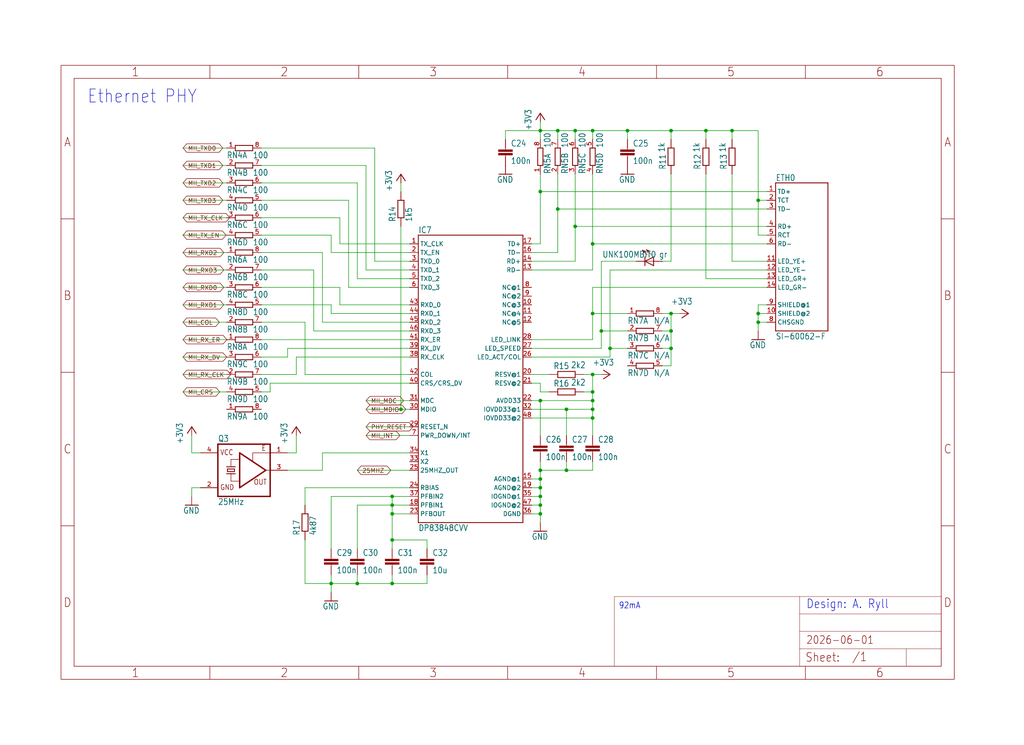
<source format=kicad_sch>
(kicad_sch (version 20231120) (generator "eeschema") (generator_version "8.0")
  (paper "User" 298.45 217.322)
  (lib_symbols
    (symbol "Base Station v3b-eagle-import:+3V3" (power)
      (symbol "+3V3_1_0"
        (pin power_in line (at 0 -2.54 90) (length 2.54) (name "+3V3") (number "1"))
      )
    )
    (symbol "Base Station v3b-eagle-import:4R-NEXB28V"
      (property "Reference" "RN" (at -5.08 -3.048 0))
      (symbol "4R-NEXB28V_1_0"
        (pin passive line (at -5.08 0 0) (length 2.54) (name "1") (number "1"))
        (pin passive line (at 5.08 0 180) (length 2.54) (name "2") (number "8"))
      )
      (symbol "4R-NEXB28V_2_0"
        (pin passive line (at -5.08 0 0) (length 2.54) (name "1") (number "2"))
        (pin passive line (at 5.08 0 180) (length 2.54) (name "2") (number "7"))
      )
      (symbol "4R-NEXB28V_3_0"
        (pin passive line (at -5.08 0 0) (length 2.54) (name "1") (number "3"))
        (pin passive line (at 5.08 0 180) (length 2.54) (name "2") (number "6"))
      )
      (symbol "4R-NEXB28V_4_0"
        (pin passive line (at -5.08 0 0) (length 2.54) (name "1") (number "4"))
        (pin passive line (at 5.08 0 180) (length 2.54) (name "2") (number "5"))
      )
    )
    (symbol "Base Station v3b-eagle-import:A4L-LOC"
      (symbol "A4L-LOC_1_0"
        (text "${#}/${##}" (at 230.505 5.08 0) (effects (font (size 2.54 2.159)) (justify left bottom)))
        (text "${CURRENT_DATE}" (at 217.17 10.16 0) (effects (font (size 2.286 1.9431)) (justify left bottom)))
        (text "${PROJECTNAME}" (at 217.17 15.24 0) (effects (font (size 2.54 2.159)) (justify left bottom)))
        (text "1" (at 21.6958 1.905 0) (effects (font (size 2.54 2.286))))
        (text "1" (at 21.6958 177.165 0) (effects (font (size 2.54 2.286))))
        (text "2" (at 65.0875 1.905 0) (effects (font (size 2.54 2.286))))
        (text "2" (at 65.0875 177.165 0) (effects (font (size 2.54 2.286))))
        (text "3" (at 108.4792 1.905 0) (effects (font (size 2.54 2.286))))
        (text "3" (at 108.4792 177.165 0) (effects (font (size 2.54 2.286))))
        (text "4" (at 151.8708 1.905 0) (effects (font (size 2.54 2.286))))
        (text "4" (at 151.8708 177.165 0) (effects (font (size 2.54 2.286))))
        (text "5" (at 195.2625 1.905 0) (effects (font (size 2.54 2.286))))
        (text "5" (at 195.2625 177.165 0) (effects (font (size 2.54 2.286))))
        (text "6" (at 238.6542 1.905 0) (effects (font (size 2.54 2.286))))
        (text "6" (at 238.6542 177.165 0) (effects (font (size 2.54 2.286))))
        (text "A" (at 1.905 156.6863 0) (effects (font (size 2.54 2.286))))
        (text "A" (at 258.445 156.6863 0) (effects (font (size 2.54 2.286))))
        (text "B" (at 1.905 111.9188 0) (effects (font (size 2.54 2.286))))
        (text "B" (at 258.445 111.9188 0) (effects (font (size 2.54 2.286))))
        (text "C" (at 1.905 67.1513 0) (effects (font (size 2.54 2.286))))
        (text "C" (at 258.445 67.1513 0) (effects (font (size 2.54 2.286))))
        (text "D" (at 1.905 22.3838 0) (effects (font (size 2.54 2.286))))
        (text "D" (at 258.445 22.3838 0) (effects (font (size 2.54 2.286))))
        (text "Sheet:" (at 216.916 4.953 0) (effects (font (size 2.54 2.159)) (justify left bottom)))
      )
    )
    (symbol "Base Station v3b-eagle-import:C-EUC0603"
      (property "Reference" "C" (at 1.524 0.381 0))
      (symbol "C-EUC0603_1_0"
        (pin passive line (at 0 2.54 270) (length 2.54) (name "1") (number "1"))
        (pin passive line (at 0 -5.08 90) (length 2.54) (name "2") (number "2"))
      )
    )
    (symbol "Base Station v3b-eagle-import:DB8348C"
      (property "Reference" "IC" (at -15.24 41.148 0))
      (symbol "DB8348C_1_0"
        (pin bidirectional line (at -17.78 38.1 0) (length 2.54) (name "TX_CLK") (number "1"))
        (pin bidirectional line (at 17.78 20.32 180) (length 2.54) (name "NC@3") (number "10"))
        (pin bidirectional line (at 17.78 17.78 180) (length 2.54) (name "NC@4") (number "11"))
        (pin bidirectional line (at 17.78 15.24 180) (length 2.54) (name "NC@5") (number "12"))
        (pin bidirectional line (at 17.78 30.48 180) (length 2.54) (name "RD-") (number "13"))
        (pin bidirectional line (at 17.78 33.02 180) (length 2.54) (name "RD+") (number "14"))
        (pin bidirectional line (at 17.78 -30.48 180) (length 2.54) (name "AGND@1") (number "15"))
        (pin bidirectional line (at 17.78 35.56 180) (length 2.54) (name "TD-") (number "16"))
        (pin bidirectional line (at 17.78 38.1 180) (length 2.54) (name "TD+") (number "17"))
        (pin bidirectional line (at -17.78 -38.1 0) (length 2.54) (name "PFBIN1") (number "18"))
        (pin bidirectional line (at 17.78 -33.02 180) (length 2.54) (name "AGND@2") (number "19"))
        (pin bidirectional line (at -17.78 35.56 0) (length 2.54) (name "TX_EN") (number "2"))
        (pin bidirectional line (at 17.78 0 180) (length 2.54) (name "RESV@1") (number "20"))
        (pin bidirectional line (at 17.78 -2.54 180) (length 2.54) (name "RESV@2") (number "21"))
        (pin bidirectional line (at 17.78 -7.62 180) (length 2.54) (name "AVDD33") (number "22"))
        (pin bidirectional line (at -17.78 -40.64 0) (length 2.54) (name "PFBOUT") (number "23"))
        (pin bidirectional line (at -17.78 -33.02 0) (length 2.54) (name "RBIAS") (number "24"))
        (pin bidirectional line (at -17.78 -27.94 0) (length 2.54) (name "25MHZ_OUT") (number "25"))
        (pin bidirectional line (at 17.78 5.08 180) (length 2.54) (name "LED_ACT/COL") (number "26"))
        (pin bidirectional line (at 17.78 7.62 180) (length 2.54) (name "LED_SPEED") (number "27"))
        (pin bidirectional line (at 17.78 10.16 180) (length 2.54) (name "LED_LINK") (number "28"))
        (pin bidirectional line (at -17.78 -15.24 0) (length 2.54) (name "RESET_N") (number "29"))
        (pin bidirectional line (at -17.78 33.02 0) (length 2.54) (name "TXD_0") (number "3"))
        (pin bidirectional line (at -17.78 -10.16 0) (length 2.54) (name "MDIO") (number "30"))
        (pin bidirectional line (at -17.78 -7.62 0) (length 2.54) (name "MDC") (number "31"))
        (pin bidirectional line (at 17.78 -10.16 180) (length 2.54) (name "IOVDD33@1") (number "32"))
        (pin bidirectional line (at -17.78 -25.4 0) (length 2.54) (name "X2") (number "33"))
        (pin bidirectional line (at -17.78 -22.86 0) (length 2.54) (name "X1") (number "34"))
        (pin bidirectional line (at 17.78 -35.56 180) (length 2.54) (name "IOGND@1") (number "35"))
        (pin bidirectional line (at 17.78 -40.64 180) (length 2.54) (name "DGND") (number "36"))
        (pin bidirectional line (at -17.78 -35.56 0) (length 2.54) (name "PFBIN2") (number "37"))
        (pin bidirectional line (at -17.78 5.08 0) (length 2.54) (name "RX_CLK") (number "38"))
        (pin bidirectional line (at -17.78 7.62 0) (length 2.54) (name "RX_DV") (number "39"))
        (pin bidirectional line (at -17.78 30.48 0) (length 2.54) (name "TXD_1") (number "4"))
        (pin bidirectional line (at -17.78 -2.54 0) (length 2.54) (name "CRS/CRS_DV") (number "40"))
        (pin bidirectional line (at -17.78 10.16 0) (length 2.54) (name "RX_ER") (number "41"))
        (pin bidirectional line (at -17.78 0 0) (length 2.54) (name "COL") (number "42"))
        (pin bidirectional line (at -17.78 20.32 0) (length 2.54) (name "RXD_0") (number "43"))
        (pin bidirectional line (at -17.78 17.78 0) (length 2.54) (name "RXD_1") (number "44"))
        (pin bidirectional line (at -17.78 15.24 0) (length 2.54) (name "RXD_2") (number "45"))
        (pin bidirectional line (at -17.78 12.7 0) (length 2.54) (name "RXD_3") (number "46"))
        (pin bidirectional line (at 17.78 -38.1 180) (length 2.54) (name "IOGND@2") (number "47"))
        (pin bidirectional line (at 17.78 -12.7 180) (length 2.54) (name "IOVDD33@2") (number "48"))
        (pin bidirectional line (at -17.78 27.94 0) (length 2.54) (name "TXD_2") (number "5"))
        (pin bidirectional line (at -17.78 25.4 0) (length 2.54) (name "TXD_3") (number "6"))
        (pin bidirectional line (at -17.78 -17.78 0) (length 2.54) (name "PWR_DOWN/INT") (number "7"))
        (pin bidirectional line (at 17.78 25.4 180) (length 2.54) (name "NC@1") (number "8"))
        (pin bidirectional line (at 17.78 22.86 180) (length 2.54) (name "NC@2") (number "9"))
      )
    )
    (symbol "Base Station v3b-eagle-import:GND" (power)
      (symbol "GND_1_0"
        (pin power_in line (at 0 2.54 270) (length 2.54) (name "GND") (number "1"))
      )
    )
    (symbol "Base Station v3b-eagle-import:LEDCHIP-LED0603"
      (property "Reference" "LED" (at 3.556 -4.572 90))
      (symbol "LEDCHIP-LED0603_1_0"
        (pin passive line (at 0 2.54 270) (length 2.54) (name "A") (number "A"))
        (pin passive line (at 0 -5.08 90) (length 2.54) (name "C") (number "C"))
      )
    )
    (symbol "Base Station v3b-eagle-import:OSCI7X"
      (property "Reference" "Q" (at -7.62 8.255 0))
      (symbol "OSCI7X_1_0"
        (text "E" (at 5.08 5.588 0) (effects (font (size 1.524 1.2954)) (justify left bottom)))
        (text "GND" (at -6.985 -5.842 0) (effects (font (size 1.524 1.2954)) (justify left bottom)))
        (text "OUT" (at 2.794 -4.318 0) (effects (font (size 1.524 1.2954)) (justify left bottom)))
        (text "VCC" (at -6.985 4.318 0) (effects (font (size 1.524 1.2954)) (justify left bottom)))
        (pin input line (at 12.7 5.08 180) (length 5.08) (name "OE") (number "1"))
        (pin power_in line (at -12.7 -5.08 0) (length 5.08) (name "GND") (number "2"))
        (pin output line (at 12.7 0 180) (length 5.08) (name "FO") (number "3"))
        (pin power_in line (at -12.7 5.08 0) (length 5.08) (name "VCC") (number "4"))
      )
    )
    (symbol "Base Station v3b-eagle-import:R-EU_R0603"
      (property "Reference" "R" (at -3.81 1.4986 0))
      (symbol "R-EU_R0603_1_0"
        (pin passive line (at -5.08 0 0) (length 2.54) (name "1") (number "1"))
        (pin passive line (at 5.08 0 180) (length 2.54) (name "2") (number "2"))
      )
    )
    (symbol "Base Station v3b-eagle-import:RJ45-LED"
      (property "Reference" "X" (at -7.62 20.828 0))
      (symbol "RJ45-LED_1_0"
        (pin bidirectional line (at -10.16 17.78 0) (length 2.54) (name "TD+") (number "1"))
        (pin bidirectional line (at -10.16 -17.78 0) (length 2.54) (name "SHIELD@2") (number "10"))
        (pin bidirectional line (at -10.16 -2.54 0) (length 2.54) (name "LED_YE+") (number "11"))
        (pin bidirectional line (at -10.16 -5.08 0) (length 2.54) (name "LED_YE-") (number "12"))
        (pin bidirectional line (at -10.16 -7.62 0) (length 2.54) (name "LED_GR+") (number "13"))
        (pin bidirectional line (at -10.16 -10.16 0) (length 2.54) (name "LED_GR-") (number "14"))
        (pin bidirectional line (at -10.16 15.24 0) (length 2.54) (name "TCT") (number "2"))
        (pin bidirectional line (at -10.16 12.7 0) (length 2.54) (name "TD-") (number "3"))
        (pin bidirectional line (at -10.16 7.62 0) (length 2.54) (name "RD+") (number "4"))
        (pin bidirectional line (at -10.16 5.08 0) (length 2.54) (name "RCT") (number "5"))
        (pin bidirectional line (at -10.16 2.54 0) (length 2.54) (name "RD-") (number "6"))
        (pin bidirectional line (at -10.16 -20.32 0) (length 2.54) (name "CHSGND") (number "8"))
        (pin bidirectional line (at -10.16 -15.24 0) (length 2.54) (name "SHIELD@1") (number "9"))
      )
    )
  )
  (junction (at 195.58 101.6))
  (junction (at 157.48 149.86))
  (junction (at 104.14 170.18))
  (junction (at 195.58 38.1))
  (junction (at 172.72 119.38))
  (junction (at 165.1 137.16))
  (junction (at 157.48 144.78))
  (junction (at 157.48 137.16))
  (junction (at 162.56 38.1))
  (junction (at 114.3 149.86))
  (junction (at 220.98 93.98))
  (junction (at 175.26 96.52))
  (junction (at 165.1 119.38))
  (junction (at 116.84 119.38))
  (junction (at 157.48 116.84))
  (junction (at 157.48 139.7))
  (junction (at 177.8 101.6))
  (junction (at 220.98 91.44))
  (junction (at 114.3 147.32))
  (junction (at 167.64 38.1))
  (junction (at 172.72 109.22))
  (junction (at 172.72 116.84))
  (junction (at 172.72 91.44))
  (junction (at 157.48 142.24))
  (junction (at 172.72 71.12))
  (junction (at 157.48 38.1))
  (junction (at 195.58 91.44))
  (junction (at 182.88 38.1))
  (junction (at 167.64 66.04))
  (junction (at 213.36 38.1))
  (junction (at 172.72 38.1))
  (junction (at 195.58 96.52))
  (junction (at 220.98 58.42))
  (junction (at 114.3 157.48))
  (junction (at 205.74 38.1))
  (junction (at 162.56 60.96))
  (junction (at 172.72 121.92))
  (junction (at 96.52 170.18))
  (junction (at 157.48 55.88))
  (junction (at 114.3 170.18))
  (junction (at 114.3 144.78))
  (junction (at 172.72 114.3))
  (junction (at 157.48 147.32))
  (wire (pts (xy 205.74 38.1) (xy 213.36 38.1)) (stroke (width 0.1524)))
  (wire (pts (xy 177.8 104.14) (xy 177.8 101.6)) (stroke (width 0.1524)))
  (wire (pts (xy 157.48 139.7) (xy 157.48 142.24)) (stroke (width 0.1524)))
  (wire (pts (xy 162.56 60.96) (xy 162.56 50.8)) (stroke (width 0.1524)))
  (wire (pts (xy 193.04 101.6) (xy 195.58 101.6)) (stroke (width 0.1524)))
  (wire (pts (xy 195.58 106.68) (xy 193.04 106.68)) (stroke (width 0.1524)))
  (wire (pts (xy 119.38 91.44) (xy 96.52 91.44)) (stroke (width 0.1524)))
  (wire (pts (xy 157.48 137.16) (xy 165.1 137.16)) (stroke (width 0.1524)))
  (wire (pts (xy 193.04 91.44) (xy 195.58 91.44)) (stroke (width 0.1524)))
  (wire (pts (xy 205.74 81.28) (xy 205.74 50.8)) (stroke (width 0.1524)))
  (wire (pts (xy 83.82 104.14) (xy 76.2 104.14)) (stroke (width 0.1524)))
  (wire (pts (xy 119.38 119.38) (xy 116.84 119.38)) (stroke (width 0.1524)))
  (wire (pts (xy 119.38 116.84) (xy 106.68 116.84)) (stroke (width 0.1524)))
  (wire (pts (xy 223.52 91.44) (xy 220.98 91.44)) (stroke (width 0.1524)))
  (wire (pts (xy 119.38 137.16) (xy 104.14 137.16)) (stroke (width 0.1524)))
  (wire (pts (xy 220.98 68.58) (xy 220.98 58.42)) (stroke (width 0.1524)))
  (wire (pts (xy 165.1 119.38) (xy 172.72 119.38)) (stroke (width 0.1524)))
  (wire (pts (xy 172.72 114.3) (xy 172.72 109.22)) (stroke (width 0.1524)))
  (wire (pts (xy 175.26 76.2) (xy 185.42 76.2)) (stroke (width 0.1524)))
  (wire (pts (xy 167.64 76.2) (xy 167.64 66.04)) (stroke (width 0.1524)))
  (wire (pts (xy 66.04 109.22) (xy 53.34 109.22)) (stroke (width 0.1524)))
  (wire (pts (xy 162.56 60.96) (xy 223.52 60.96)) (stroke (width 0.1524)))
  (wire (pts (xy 154.94 144.78) (xy 157.48 144.78)) (stroke (width 0.1524)))
  (wire (pts (xy 83.82 101.6) (xy 83.82 104.14)) (stroke (width 0.1524)))
  (wire (pts (xy 66.04 73.66) (xy 53.34 73.66)) (stroke (width 0.1524)))
  (wire (pts (xy 154.94 73.66) (xy 162.56 73.66)) (stroke (width 0.1524)))
  (wire (pts (xy 223.52 55.88) (xy 157.48 55.88)) (stroke (width 0.1524)))
  (wire (pts (xy 154.94 139.7) (xy 157.48 139.7)) (stroke (width 0.1524)))
  (wire (pts (xy 154.94 119.38) (xy 165.1 119.38)) (stroke (width 0.1524)))
  (wire (pts (xy 195.58 38.1) (xy 205.74 38.1)) (stroke (width 0.1524)))
  (wire (pts (xy 114.3 170.18) (xy 114.3 167.64)) (stroke (width 0.1524)))
  (wire (pts (xy 86.36 109.22) (xy 76.2 109.22)) (stroke (width 0.1524)))
  (wire (pts (xy 116.84 55.88) (xy 116.84 53.34)) (stroke (width 0.1524)))
  (wire (pts (xy 78.74 114.3) (xy 76.2 114.3)) (stroke (width 0.1524)))
  (wire (pts (xy 195.58 76.2) (xy 195.58 50.8)) (stroke (width 0.1524)))
  (wire (pts (xy 157.48 116.84) (xy 172.72 116.84)) (stroke (width 0.1524)))
  (wire (pts (xy 182.88 91.44) (xy 172.72 91.44)) (stroke (width 0.1524)))
  (wire (pts (xy 119.38 96.52) (xy 91.44 96.52)) (stroke (width 0.1524)))
  (wire (pts (xy 157.48 134.62) (xy 157.48 137.16)) (stroke (width 0.1524)))
  (wire (pts (xy 119.38 99.06) (xy 76.2 99.06)) (stroke (width 0.1524)))
  (wire (pts (xy 114.3 149.86) (xy 114.3 157.48)) (stroke (width 0.1524)))
  (wire (pts (xy 96.52 172.72) (xy 96.52 170.18)) (stroke (width 0.1524)))
  (wire (pts (xy 154.94 78.74) (xy 172.72 78.74)) (stroke (width 0.1524)))
  (wire (pts (xy 195.58 101.6) (xy 195.58 106.68)) (stroke (width 0.1524)))
  (wire (pts (xy 172.72 119.38) (xy 172.72 116.84)) (stroke (width 0.1524)))
  (wire (pts (xy 157.48 137.16) (xy 157.48 139.7)) (stroke (width 0.1524)))
  (wire (pts (xy 88.9 147.32) (xy 88.9 142.24)) (stroke (width 0.1524)))
  (wire (pts (xy 172.72 83.82) (xy 223.52 83.82)) (stroke (width 0.1524)))
  (wire (pts (xy 157.48 38.1) (xy 157.48 35.56)) (stroke (width 0.1524)))
  (wire (pts (xy 66.04 88.9) (xy 53.34 88.9)) (stroke (width 0.1524)))
  (wire (pts (xy 223.52 93.98) (xy 220.98 93.98)) (stroke (width 0.1524)))
  (wire (pts (xy 124.46 157.48) (xy 124.46 160.02)) (stroke (width 0.1524)))
  (wire (pts (xy 157.48 38.1) (xy 162.56 38.1)) (stroke (width 0.1524)))
  (wire (pts (xy 93.98 137.16) (xy 93.98 132.08)) (stroke (width 0.1524)))
  (wire (pts (xy 114.3 147.32) (xy 114.3 144.78)) (stroke (width 0.1524)))
  (wire (pts (xy 147.32 40.64) (xy 147.32 38.1)) (stroke (width 0.1524)))
  (wire (pts (xy 205.74 40.64) (xy 205.74 38.1)) (stroke (width 0.1524)))
  (wire (pts (xy 167.64 66.04) (xy 223.52 66.04)) (stroke (width 0.1524)))
  (wire (pts (xy 93.98 93.98) (xy 93.98 73.66)) (stroke (width 0.1524)))
  (wire (pts (xy 104.14 167.64) (xy 104.14 170.18)) (stroke (width 0.1524)))
  (wire (pts (xy 167.64 66.04) (xy 167.64 50.8)) (stroke (width 0.1524)))
  (wire (pts (xy 172.72 91.44) (xy 172.72 99.06)) (stroke (width 0.1524)))
  (wire (pts (xy 223.52 88.9) (xy 220.98 88.9)) (stroke (width 0.1524)))
  (wire (pts (xy 88.9 170.18) (xy 88.9 157.48)) (stroke (width 0.1524)))
  (wire (pts (xy 119.38 127) (xy 106.68 127)) (stroke (width 0.1524)))
  (wire (pts (xy 96.52 68.58) (xy 76.2 68.58)) (stroke (width 0.1524)))
  (wire (pts (xy 172.72 116.84) (xy 172.72 114.3)) (stroke (width 0.1524)))
  (wire (pts (xy 154.94 101.6) (xy 175.26 101.6)) (stroke (width 0.1524)))
  (wire (pts (xy 165.1 137.16) (xy 165.1 134.62)) (stroke (width 0.1524)))
  (wire (pts (xy 170.18 109.22) (xy 172.72 109.22)) (stroke (width 0.1524)))
  (wire (pts (xy 104.14 53.34) (xy 76.2 53.34)) (stroke (width 0.1524)))
  (wire (pts (xy 119.38 101.6) (xy 83.82 101.6)) (stroke (width 0.1524)))
  (wire (pts (xy 119.38 124.46) (xy 106.68 124.46)) (stroke (width 0.1524)))
  (wire (pts (xy 119.38 147.32) (xy 114.3 147.32)) (stroke (width 0.1524)))
  (wire (pts (xy 154.94 111.76) (xy 157.48 111.76)) (stroke (width 0.1524)))
  (wire (pts (xy 104.14 170.18) (xy 114.3 170.18)) (stroke (width 0.1524)))
  (wire (pts (xy 119.38 104.14) (xy 86.36 104.14)) (stroke (width 0.1524)))
  (wire (pts (xy 66.04 99.06) (xy 53.34 99.06)) (stroke (width 0.1524)))
  (wire (pts (xy 223.52 76.2) (xy 213.36 76.2)) (stroke (width 0.1524)))
  (wire (pts (xy 83.82 132.08) (xy 86.36 132.08)) (stroke (width 0.1524)))
  (wire (pts (xy 162.56 38.1) (xy 167.64 38.1)) (stroke (width 0.1524)))
  (wire (pts (xy 157.48 127) (xy 157.48 116.84)) (stroke (width 0.1524)))
  (wire (pts (xy 96.52 88.9) (xy 76.2 88.9)) (stroke (width 0.1524)))
  (wire (pts (xy 119.38 144.78) (xy 114.3 144.78)) (stroke (width 0.1524)))
  (wire (pts (xy 58.42 132.08) (xy 55.88 132.08)) (stroke (width 0.1524)))
  (wire (pts (xy 66.04 53.34) (xy 53.34 53.34)) (stroke (width 0.1524)))
  (wire (pts (xy 99.06 88.9) (xy 99.06 83.82)) (stroke (width 0.1524)))
  (wire (pts (xy 220.98 91.44) (xy 220.98 93.98)) (stroke (width 0.1524)))
  (wire (pts (xy 119.38 111.76) (xy 78.74 111.76)) (stroke (width 0.1524)))
  (wire (pts (xy 91.44 96.52) (xy 91.44 78.74)) (stroke (width 0.1524)))
  (wire (pts (xy 220.98 93.98) (xy 220.98 96.52)) (stroke (width 0.1524)))
  (wire (pts (xy 96.52 170.18) (xy 96.52 167.64)) (stroke (width 0.1524)))
  (wire (pts (xy 172.72 137.16) (xy 172.72 134.62)) (stroke (width 0.1524)))
  (wire (pts (xy 147.32 38.1) (xy 157.48 38.1)) (stroke (width 0.1524)))
  (wire (pts (xy 172.72 83.82) (xy 172.72 91.44)) (stroke (width 0.1524)))
  (wire (pts (xy 66.04 58.42) (xy 53.34 58.42)) (stroke (width 0.1524)))
  (wire (pts (xy 213.36 76.2) (xy 213.36 50.8)) (stroke (width 0.1524)))
  (wire (pts (xy 162.56 40.64) (xy 162.56 38.1)) (stroke (width 0.1524)))
  (wire (pts (xy 106.68 78.74) (xy 106.68 48.26)) (stroke (width 0.1524)))
  (wire (pts (xy 157.48 40.64) (xy 157.48 38.1)) (stroke (width 0.1524)))
  (wire (pts (xy 55.88 132.08) (xy 55.88 127)) (stroke (width 0.1524)))
  (wire (pts (xy 114.3 149.86) (xy 114.3 147.32)) (stroke (width 0.1524)))
  (wire (pts (xy 96.52 73.66) (xy 96.52 68.58)) (stroke (width 0.1524)))
  (wire (pts (xy 78.74 111.76) (xy 78.74 114.3)) (stroke (width 0.1524)))
  (wire (pts (xy 170.18 114.3) (xy 172.72 114.3)) (stroke (width 0.1524)))
  (wire (pts (xy 96.52 170.18) (xy 88.9 170.18)) (stroke (width 0.1524)))
  (wire (pts (xy 119.38 109.22) (xy 88.9 109.22)) (stroke (width 0.1524)))
  (wire (pts (xy 172.72 50.8) (xy 172.72 71.12)) (stroke (width 0.1524)))
  (wire (pts (xy 66.04 83.82) (xy 53.34 83.82)) (stroke (width 0.1524)))
  (wire (pts (xy 119.38 149.86) (xy 114.3 149.86)) (stroke (width 0.1524)))
  (wire (pts (xy 66.04 48.26) (xy 53.34 48.26)) (stroke (width 0.1524)))
  (wire (pts (xy 177.8 101.6) (xy 182.88 101.6)) (stroke (width 0.1524)))
  (wire (pts (xy 213.36 40.64) (xy 213.36 38.1)) (stroke (width 0.1524)))
  (wire (pts (xy 172.72 121.92) (xy 172.72 119.38)) (stroke (width 0.1524)))
  (wire (pts (xy 66.04 43.18) (xy 53.34 43.18)) (stroke (width 0.1524)))
  (wire (pts (xy 165.1 127) (xy 165.1 119.38)) (stroke (width 0.1524)))
  (wire (pts (xy 157.48 147.32) (xy 157.48 149.86)) (stroke (width 0.1524)))
  (wire (pts (xy 88.9 142.24) (xy 119.38 142.24)) (stroke (width 0.1524)))
  (wire (pts (xy 66.04 63.5) (xy 53.34 63.5)) (stroke (width 0.1524)))
  (wire (pts (xy 195.58 96.52) (xy 195.58 101.6)) (stroke (width 0.1524)))
  (wire (pts (xy 119.38 71.12) (xy 99.06 71.12)) (stroke (width 0.1524)))
  (wire (pts (xy 88.9 109.22) (xy 88.9 93.98)) (stroke (width 0.1524)))
  (wire (pts (xy 83.82 137.16) (xy 93.98 137.16)) (stroke (width 0.1524)))
  (wire (pts (xy 66.04 78.74) (xy 53.34 78.74)) (stroke (width 0.1524)))
  (wire (pts (xy 195.58 40.64) (xy 195.58 38.1)) (stroke (width 0.1524)))
  (wire (pts (xy 223.52 81.28) (xy 205.74 81.28)) (stroke (width 0.1524)))
  (wire (pts (xy 119.38 73.66) (xy 96.52 73.66)) (stroke (width 0.1524)))
  (wire (pts (xy 114.3 157.48) (xy 124.46 157.48)) (stroke (width 0.1524)))
  (wire (pts (xy 96.52 144.78) (xy 96.52 160.02)) (stroke (width 0.1524)))
  (wire (pts (xy 157.48 71.12) (xy 154.94 71.12)) (stroke (width 0.1524)))
  (wire (pts (xy 167.64 40.64) (xy 167.64 38.1)) (stroke (width 0.1524)))
  (wire (pts (xy 177.8 78.74) (xy 223.52 78.74)) (stroke (width 0.1524)))
  (wire (pts (xy 96.52 170.18) (xy 104.14 170.18)) (stroke (width 0.1524)))
  (wire (pts (xy 165.1 137.16) (xy 172.72 137.16)) (stroke (width 0.1524)))
  (wire (pts (xy 119.38 78.74) (xy 106.68 78.74)) (stroke (width 0.1524)))
  (wire (pts (xy 99.06 83.82) (xy 76.2 83.82)) (stroke (width 0.1524)))
  (wire (pts (xy 86.36 132.08) (xy 86.36 127)) (stroke (width 0.1524)))
  (wire (pts (xy 154.94 121.92) (xy 172.72 121.92)) (stroke (width 0.1524)))
  (wire (pts (xy 55.88 142.24) (xy 55.88 144.78)) (stroke (width 0.1524)))
  (wire (pts (xy 175.26 96.52) (xy 175.26 76.2)) (stroke (width 0.1524)))
  (wire (pts (xy 157.48 114.3) (xy 160.02 114.3)) (stroke (width 0.1524)))
  (wire (pts (xy 119.38 93.98) (xy 93.98 93.98)) (stroke (width 0.1524)))
  (wire (pts (xy 220.98 38.1) (xy 220.98 58.42)) (stroke (width 0.1524)))
  (wire (pts (xy 182.88 38.1) (xy 195.58 38.1)) (stroke (width 0.1524)))
  (wire (pts (xy 114.3 157.48) (xy 114.3 160.02)) (stroke (width 0.1524)))
  (wire (pts (xy 223.52 58.42) (xy 220.98 58.42)) (stroke (width 0.1524)))
  (wire (pts (xy 177.8 78.74) (xy 177.8 101.6)) (stroke (width 0.1524)))
  (wire (pts (xy 66.04 68.58) (xy 53.34 68.58)) (stroke (width 0.1524)))
  (wire (pts (xy 88.9 93.98) (xy 76.2 93.98)) (stroke (width 0.1524)))
  (wire (pts (xy 101.6 83.82) (xy 101.6 58.42)) (stroke (width 0.1524)))
  (wire (pts (xy 66.04 114.3) (xy 53.34 114.3)) (stroke (width 0.1524)))
  (wire (pts (xy 101.6 58.42) (xy 76.2 58.42)) (stroke (width 0.1524)))
  (wire (pts (xy 124.46 170.18) (xy 124.46 167.64)) (stroke (width 0.1524)))
  (wire (pts (xy 172.72 71.12) (xy 223.52 71.12)) (stroke (width 0.1524)))
  (wire (pts (xy 157.48 142.24) (xy 157.48 144.78)) (stroke (width 0.1524)))
  (wire (pts (xy 154.94 104.14) (xy 177.8 104.14)) (stroke (width 0.1524)))
  (wire (pts (xy 86.36 104.14) (xy 86.36 109.22)) (stroke (width 0.1524)))
  (wire (pts (xy 154.94 76.2) (xy 167.64 76.2)) (stroke (width 0.1524)))
  (wire (pts (xy 172.72 38.1) (xy 182.88 38.1)) (stroke (width 0.1524)))
  (wire (pts (xy 172.72 78.74) (xy 172.72 71.12)) (stroke (width 0.1524)))
  (wire (pts (xy 154.94 147.32) (xy 157.48 147.32)) (stroke (width 0.1524)))
  (wire (pts (xy 119.38 76.2) (xy 109.22 76.2)) (stroke (width 0.1524)))
  (wire (pts (xy 119.38 81.28) (xy 104.14 81.28)) (stroke (width 0.1524)))
  (wire (pts (xy 66.04 104.14) (xy 53.34 104.14)) (stroke (width 0.1524)))
  (wire (pts (xy 157.48 149.86) (xy 157.48 152.4)) (stroke (width 0.1524)))
  (wire (pts (xy 157.48 55.88) (xy 157.48 50.8)) (stroke (width 0.1524)))
  (wire (pts (xy 223.52 68.58) (xy 220.98 68.58)) (stroke (width 0.1524)))
  (wire (pts (xy 195.58 91.44) (xy 198.12 91.44)) (stroke (width 0.1524)))
  (wire (pts (xy 58.42 142.24) (xy 55.88 142.24)) (stroke (width 0.1524)))
  (wire (pts (xy 175.26 101.6) (xy 175.26 96.52)) (stroke (width 0.1524)))
  (wire (pts (xy 182.88 40.64) (xy 182.88 38.1)) (stroke (width 0.1524)))
  (wire (pts (xy 160.02 109.22) (xy 154.94 109.22)) (stroke (width 0.1524)))
  (wire (pts (xy 172.72 109.22) (xy 175.26 109.22)) (stroke (width 0.1524)))
  (wire (pts (xy 91.44 78.74) (xy 76.2 78.74)) (stroke (width 0.1524)))
  (wire (pts (xy 167.64 38.1) (xy 172.72 38.1)) (stroke (width 0.1524)))
  (wire (pts (xy 66.04 93.98) (xy 53.34 93.98)) (stroke (width 0.1524)))
  (wire (pts (xy 93.98 73.66) (xy 76.2 73.66)) (stroke (width 0.1524)))
  (wire (pts (xy 154.94 142.24) (xy 157.48 142.24)) (stroke (width 0.1524)))
  (wire (pts (xy 109.22 76.2) (xy 109.22 43.18)) (stroke (width 0.1524)))
  (wire (pts (xy 213.36 38.1) (xy 220.98 38.1)) (stroke (width 0.1524)))
  (wire (pts (xy 119.38 88.9) (xy 99.06 88.9)) (stroke (width 0.1524)))
  (wire (pts (xy 99.06 63.5) (xy 76.2 63.5)) (stroke (width 0.1524)))
  (wire (pts (xy 193.04 76.2) (xy 195.58 76.2)) (stroke (width 0.1524)))
  (wire (pts (xy 172.72 127) (xy 172.72 121.92)) (stroke (width 0.1524)))
  (wire (pts (xy 220.98 88.9) (xy 220.98 91.44)) (stroke (width 0.1524)))
  (wire (pts (xy 93.98 132.08) (xy 119.38 132.08)) (stroke (width 0.1524)))
  (wire (pts (xy 154.94 116.84) (xy 157.48 116.84)) (stroke (width 0.1524)))
  (wire (pts (xy 114.3 170.18) (xy 124.46 170.18)) (stroke (width 0.1524)))
  (wire (pts (xy 99.06 71.12) (xy 99.06 63.5)) (stroke (width 0.1524)))
  (wire (pts (xy 193.04 96.52) (xy 195.58 96.52)) (stroke (width 0.1524)))
  (wire (pts (xy 172.72 40.64) (xy 172.72 38.1)) (stroke (width 0.1524)))
  (wire (pts (xy 114.3 144.78) (xy 96.52 144.78)) (stroke (width 0.1524)))
  (wire (pts (xy 104.14 147.32) (xy 104.14 160.02)) (stroke (width 0.1524)))
  (wire (pts (xy 106.68 48.26) (xy 76.2 48.26)) (stroke (width 0.1524)))
  (wire (pts (xy 172.72 99.06) (xy 154.94 99.06)) (stroke (width 0.1524)))
  (wire (pts (xy 157.48 55.88) (xy 157.48 71.12)) (stroke (width 0.1524)))
  (wire (pts (xy 157.48 144.78) (xy 157.48 147.32)) (stroke (width 0.1524)))
  (wire (pts (xy 154.94 149.86) (xy 157.48 149.86)) (stroke (width 0.1524)))
  (wire (pts (xy 119.38 83.82) (xy 101.6 83.82)) (stroke (width 0.1524)))
  (wire (pts (xy 116.84 119.38) (xy 116.84 66.04)) (stroke (width 0.1524)))
  (wire (pts (xy 104.14 81.28) (xy 104.14 53.34)) (stroke (width 0.1524)))
  (wire (pts (xy 114.3 147.32) (xy 104.14 147.32)) (stroke (width 0.1524)))
  (wire (pts (xy 175.26 96.52) (xy 182.88 96.52)) (stroke (width 0.1524)))
  (wire (pts (xy 195.58 91.44) (xy 195.58 96.52)) (stroke (width 0.1524)))
  (wire (pts (xy 162.56 73.66) (xy 162.56 60.96)) (stroke (width 0.1524)))
  (wire (pts (xy 96.52 91.44) (xy 96.52 88.9)) (stroke (width 0.1524)))
  (wire (pts (xy 109.22 43.18) (xy 76.2 43.18)) (stroke (width 0.1524)))
  (wire (pts (xy 157.48 111.76) (xy 157.48 114.3)) (stroke (width 0.1524)))
  (wire (pts (xy 116.84 119.38) (xy 106.68 119.38)) (stroke (width 0.1524)))
  (text "Ethernet PHY" (at 25.4 30.48 0) (effects (font (size 3.81 3.2385)) (justify left bottom)))
  (text "92mA" (at 180.34 177.8 0) (effects (font (size 1.778 1.5113)) (justify left bottom)))
  (text "Design: A. Ryll" (at 234.95 177.8 0) (effects (font (size 2.54 2.159)) (justify left bottom)))
  (global_label "MII_TXD2" (shape bidirectional) (at 53.34 53.34 0) (effects (font (size 1.2446 1.2446))) (property "Intersheetrefs" "${INTERSHEET_REFS}" (effects (hide yes))))
  (global_label "MII_RXD2" (shape bidirectional) (at 53.34 73.66 0) (effects (font (size 1.2446 1.2446))) (property "Intersheetrefs" "${INTERSHEET_REFS}" (effects (hide yes))))
  (global_label "MII_RX_DV" (shape bidirectional) (at 53.34 104.14 0) (effects (font (size 1.2446 1.2446))) (property "Intersheetrefs" "${INTERSHEET_REFS}" (effects (hide yes))))
  (global_label "MII_CRS" (shape bidirectional) (at 53.34 114.3 0) (effects (font (size 1.2446 1.2446))) (property "Intersheetrefs" "${INTERSHEET_REFS}" (effects (hide yes))))
  (global_label "MII_TXD0" (shape bidirectional) (at 53.34 43.18 0) (effects (font (size 1.2446 1.2446))) (property "Intersheetrefs" "${INTERSHEET_REFS}" (effects (hide yes))))
  (global_label "MII_TXD1" (shape bidirectional) (at 53.34 48.26 0) (effects (font (size 1.2446 1.2446))) (property "Intersheetrefs" "${INTERSHEET_REFS}" (effects (hide yes))))
  (global_label "MII_RX_CLK" (shape bidirectional) (at 53.34 109.22 0) (effects (font (size 1.2446 1.2446))) (property "Intersheetrefs" "${INTERSHEET_REFS}" (effects (hide yes))))
  (global_label "MII_RXD3" (shape bidirectional) (at 53.34 78.74 0) (effects (font (size 1.2446 1.2446))) (property "Intersheetrefs" "${INTERSHEET_REFS}" (effects (hide yes))))
  (global_label "MII_MDIO" (shape bidirectional) (at 106.68 119.38 0) (effects (font (size 1.2446 1.2446))) (property "Intersheetrefs" "${INTERSHEET_REFS}" (effects (hide yes))))
  (global_label "MII_RXD0" (shape bidirectional) (at 53.34 83.82 0) (effects (font (size 1.2446 1.2446))) (property "Intersheetrefs" "${INTERSHEET_REFS}" (effects (hide yes))))
  (global_label "MII_TXD3" (shape bidirectional) (at 53.34 58.42 0) (effects (font (size 1.2446 1.2446))) (property "Intersheetrefs" "${INTERSHEET_REFS}" (effects (hide yes))))
  (global_label "MII_TX_EN" (shape bidirectional) (at 53.34 68.58 0) (effects (font (size 1.2446 1.2446))) (property "Intersheetrefs" "${INTERSHEET_REFS}" (effects (hide yes))))
  (global_label "MII_RXD1" (shape bidirectional) (at 53.34 88.9 0) (effects (font (size 1.2446 1.2446))) (property "Intersheetrefs" "${INTERSHEET_REFS}" (effects (hide yes))))
  (global_label "MII_COL" (shape bidirectional) (at 53.34 93.98 0) (effects (font (size 1.2446 1.2446))) (property "Intersheetrefs" "${INTERSHEET_REFS}" (effects (hide yes))))
  (global_label "MII_INT" (shape bidirectional) (at 106.68 127 0) (effects (font (size 1.2446 1.2446))) (property "Intersheetrefs" "${INTERSHEET_REFS}" (effects (hide yes))))
  (global_label "PHY_RESET" (shape bidirectional) (at 106.68 124.46 0) (effects (font (size 1.2446 1.2446))) (property "Intersheetrefs" "${INTERSHEET_REFS}" (effects (hide yes))))
  (global_label "MII_RX_ER" (shape bidirectional) (at 53.34 99.06 0) (effects (font (size 1.2446 1.2446))) (property "Intersheetrefs" "${INTERSHEET_REFS}" (effects (hide yes))))
  (global_label "MII_MDC" (shape bidirectional) (at 106.68 116.84 0) (effects (font (size 1.2446 1.2446))) (property "Intersheetrefs" "${INTERSHEET_REFS}" (effects (hide yes))))
  (global_label "25MHZ" (shape bidirectional) (at 104.14 137.16 0) (effects (font (size 1.2446 1.2446))) (property "Intersheetrefs" "${INTERSHEET_REFS}" (effects (hide yes))))
  (global_label "MII_TX_CLK" (shape bidirectional) (at 53.34 63.5 0) (effects (font (size 1.2446 1.2446))) (property "Intersheetrefs" "${INTERSHEET_REFS}" (effects (hide yes))))
  (symbol (lib_id "Base Station v3b-eagle-import:R-EU_R0603") (at 165.1 114.3 0) (unit 1)
    (property "Reference" "R16" (at 161.29 112.8014 0) (effects (font (size 1.778 1.5113)) (justify left bottom)))
    (property "Value" "2k2" (at 166.37 112.522 0) (effects (font (size 1.778 1.5113)) (justify left bottom)))
    (property "Footprint" "Base Station v3b:R0603" (effects (hide yes)))
  )
  (symbol (lib_id "Base Station v3b-eagle-import:GND") (at 96.52 175.26 0) (unit 1)
    (property "Reference" "#GND022" (effects (hide yes)))
    (property "Value" "GND" (at 93.98 177.8 0) (effects (font (size 1.778 1.5113)) (justify left bottom)))
  )
  (symbol (lib_id "Base Station v3b-eagle-import:R-EU_R0603") (at 165.1 109.22 0) (unit 1)
    (property "Reference" "R15" (at 161.29 107.7214 0) (effects (font (size 1.778 1.5113)) (justify left bottom)))
    (property "Value" "2k2" (at 166.37 107.442 0) (effects (font (size 1.778 1.5113)) (justify left bottom)))
    (property "Footprint" "Base Station v3b:R0603" (effects (hide yes)))
  )
  (symbol (lib_id "Base Station v3b-eagle-import:DB8348C") (at 137.16 109.22 0) (unit 1)
    (property "Reference" "IC7" (at 121.92 68.072 0) (effects (font (size 1.778 1.5113)) (justify left bottom)))
    (property "Value" "DP83848CVV" (at 121.92 154.94 0) (effects (font (size 1.778 1.5113)) (justify left bottom)))
    (property "Footprint" "Base Station v3b:LQFP48" (effects (hide yes)))
  )
  (symbol (lib_id "Base Station v3b-eagle-import:+3V3") (at 86.36 124.46 0) (unit 1)
    (property "Reference" "#+3V017" (effects (hide yes)))
    (property "Value" "+3V3" (at 83.82 129.54 90) (effects (font (size 1.778 1.5113)) (justify left bottom)))
  )
  (symbol (lib_id "Base Station v3b-eagle-import:4R-NEXB28V") (at 71.12 93.98 0) (unit 2)
    (property "Reference" "RN8" (at 66.04 97.028 0) (effects (font (size 1.778 1.5113)) (justify left bottom)))
    (property "Value" "100" (at 73.66 97.028 0) (effects (font (size 1.778 1.5113)) (justify left bottom)))
    (property "Footprint" "Base Station v3b:EXB28V" (effects (hide yes)))
  )
  (symbol (lib_id "Base Station v3b-eagle-import:R-EU_R0603") (at 88.9 152.4 90) (unit 1)
    (property "Reference" "R17" (at 87.4014 156.21 0) (effects (font (size 1.778 1.5113)) (justify left bottom)))
    (property "Value" "4k87" (at 92.202 156.21 0) (effects (font (size 1.778 1.5113)) (justify left bottom)))
    (property "Footprint" "Base Station v3b:R0603" (effects (hide yes)))
  )
  (symbol (lib_id "Base Station v3b-eagle-import:4R-NEXB28V") (at 167.64 45.72 90) (unit 3)
    (property "Reference" "RN5" (at 170.688 50.8 0) (effects (font (size 1.778 1.5113)) (justify left bottom)))
    (property "Value" "100" (at 170.688 43.18 0) (effects (font (size 1.778 1.5113)) (justify left bottom)))
    (property "Footprint" "Base Station v3b:EXB28V" (effects (hide yes)))
  )
  (symbol (lib_id "Base Station v3b-eagle-import:4R-NEXB28V") (at 187.96 101.6 0) (unit 3)
    (property "Reference" "RN7" (at 182.88 104.648 0) (effects (font (size 1.778 1.5113)) (justify left bottom)))
    (property "Value" "N/A" (at 190.5 104.648 0) (effects (font (size 1.778 1.5113)) (justify left bottom)))
    (property "Footprint" "Base Station v3b:EXB28V" (effects (hide yes)))
  )
  (symbol (lib_id "Base Station v3b-eagle-import:R-EU_R0603") (at 116.84 60.96 90) (unit 1)
    (property "Reference" "R14" (at 115.3414 64.77 0) (effects (font (size 1.778 1.5113)) (justify left bottom)))
    (property "Value" "1k5" (at 120.142 64.77 0) (effects (font (size 1.778 1.5113)) (justify left bottom)))
    (property "Footprint" "Base Station v3b:R0603" (effects (hide yes)))
  )
  (symbol (lib_id "Base Station v3b-eagle-import:4R-NEXB28V") (at 71.12 63.5 0) (unit 3)
    (property "Reference" "RN6" (at 66.04 66.548 0) (effects (font (size 1.778 1.5113)) (justify left bottom)))
    (property "Value" "100" (at 73.66 66.548 0) (effects (font (size 1.778 1.5113)) (justify left bottom)))
    (property "Footprint" "Base Station v3b:EXB28V" (effects (hide yes)))
  )
  (symbol (lib_id "Base Station v3b-eagle-import:GND") (at 220.98 99.06 0) (unit 1)
    (property "Reference" "#GND024" (effects (hide yes)))
    (property "Value" "GND" (at 218.44 101.6 0) (effects (font (size 1.778 1.5113)) (justify left bottom)))
  )
  (symbol (lib_id "Base Station v3b-eagle-import:GND") (at 55.88 147.32 0) (unit 1)
    (property "Reference" "#GND029" (effects (hide yes)))
    (property "Value" "GND" (at 53.34 149.86 0) (effects (font (size 1.778 1.5113)) (justify left bottom)))
  )
  (symbol (lib_id "Base Station v3b-eagle-import:C-EUC0603") (at 157.48 129.54 0) (unit 1)
    (property "Reference" "C26" (at 159.004 129.159 0) (effects (font (size 1.778 1.5113)) (justify left bottom)))
    (property "Value" "100n" (at 159.004 134.239 0) (effects (font (size 1.778 1.5113)) (justify left bottom)))
    (property "Footprint" "Base Station v3b:C0603" (effects (hide yes)))
  )
  (symbol (lib_id "Base Station v3b-eagle-import:4R-NEXB28V") (at 187.96 106.68 0) (unit 4)
    (property "Reference" "RN7" (at 182.88 109.728 0) (effects (font (size 1.778 1.5113)) (justify left bottom)))
    (property "Value" "N/A" (at 190.5 109.728 0) (effects (font (size 1.778 1.5113)) (justify left bottom)))
    (property "Footprint" "Base Station v3b:EXB28V" (effects (hide yes)))
  )
  (symbol (lib_id "Base Station v3b-eagle-import:+3V3") (at 200.66 91.44 270) (unit 1)
    (property "Reference" "#+3V011" (effects (hide yes)))
    (property "Value" "+3V3" (at 195.58 88.9 90) (effects (font (size 1.778 1.5113)) (justify left bottom)))
  )
  (symbol (lib_id "Base Station v3b-eagle-import:4R-NEXB28V") (at 187.96 91.44 0) (unit 1)
    (property "Reference" "RN7" (at 182.88 94.488 0) (effects (font (size 1.778 1.5113)) (justify left bottom)))
    (property "Value" "N/A" (at 190.5 94.488 0) (effects (font (size 1.778 1.5113)) (justify left bottom)))
    (property "Footprint" "Base Station v3b:EXB28V" (effects (hide yes)))
  )
  (symbol (lib_id "Base Station v3b-eagle-import:4R-NEXB28V") (at 71.12 43.18 0) (unit 1)
    (property "Reference" "RN4" (at 66.04 46.228 0) (effects (font (size 1.778 1.5113)) (justify left bottom)))
    (property "Value" "100" (at 73.66 46.228 0) (effects (font (size 1.778 1.5113)) (justify left bottom)))
    (property "Footprint" "Base Station v3b:EXB28V" (effects (hide yes)))
  )
  (symbol (lib_id "Base Station v3b-eagle-import:4R-NEXB28V") (at 71.12 48.26 0) (unit 2)
    (property "Reference" "RN4" (at 66.04 51.308 0) (effects (font (size 1.778 1.5113)) (justify left bottom)))
    (property "Value" "100" (at 73.66 51.308 0) (effects (font (size 1.778 1.5113)) (justify left bottom)))
    (property "Footprint" "Base Station v3b:EXB28V" (effects (hide yes)))
  )
  (symbol (lib_id "Base Station v3b-eagle-import:C-EUC0603") (at 147.32 43.18 0) (unit 1)
    (property "Reference" "C24" (at 148.844 42.799 0) (effects (font (size 1.778 1.5113)) (justify left bottom)))
    (property "Value" "100n" (at 148.844 47.879 0) (effects (font (size 1.778 1.5113)) (justify left bottom)))
    (property "Footprint" "Base Station v3b:C0603" (effects (hide yes)))
  )
  (symbol (lib_id "Base Station v3b-eagle-import:4R-NEXB28V") (at 71.12 68.58 0) (unit 4)
    (property "Reference" "RN6" (at 66.04 71.628 0) (effects (font (size 1.778 1.5113)) (justify left bottom)))
    (property "Value" "100" (at 73.66 71.628 0) (effects (font (size 1.778 1.5113)) (justify left bottom)))
    (property "Footprint" "Base Station v3b:EXB28V" (effects (hide yes)))
  )
  (symbol (lib_id "Base Station v3b-eagle-import:C-EUC0603") (at 182.88 43.18 0) (unit 1)
    (property "Reference" "C25" (at 184.404 42.799 0) (effects (font (size 1.778 1.5113)) (justify left bottom)))
    (property "Value" "100n" (at 184.404 47.879 0) (effects (font (size 1.778 1.5113)) (justify left bottom)))
    (property "Footprint" "Base Station v3b:C0603" (effects (hide yes)))
  )
  (symbol (lib_id "Base Station v3b-eagle-import:4R-NEXB28V") (at 71.12 104.14 0) (unit 3)
    (property "Reference" "RN9" (at 66.04 107.188 0) (effects (font (size 1.778 1.5113)) (justify left bottom)))
    (property "Value" "100" (at 73.66 107.188 0) (effects (font (size 1.778 1.5113)) (justify left bottom)))
    (property "Footprint" "Base Station v3b:EXB28V" (effects (hide yes)))
  )
  (symbol (lib_id "Base Station v3b-eagle-import:+3V3") (at 177.8 109.22 270) (unit 1)
    (property "Reference" "#+3V09" (effects (hide yes)))
    (property "Value" "+3V3" (at 172.72 106.68 90) (effects (font (size 1.778 1.5113)) (justify left bottom)))
  )
  (symbol (lib_id "Base Station v3b-eagle-import:C-EUC0603") (at 124.46 162.56 0) (unit 1)
    (property "Reference" "C32" (at 125.984 162.179 0) (effects (font (size 1.778 1.5113)) (justify left bottom)))
    (property "Value" "10u" (at 125.984 167.259 0) (effects (font (size 1.778 1.5113)) (justify left bottom)))
    (property "Footprint" "Base Station v3b:C0603" (effects (hide yes)))
  )
  (symbol (lib_id "Base Station v3b-eagle-import:C-EUC0603") (at 114.3 162.56 0) (unit 1)
    (property "Reference" "C31" (at 115.824 162.179 0) (effects (font (size 1.778 1.5113)) (justify left bottom)))
    (property "Value" "100n" (at 115.824 167.259 0) (effects (font (size 1.778 1.5113)) (justify left bottom)))
    (property "Footprint" "Base Station v3b:C0603" (effects (hide yes)))
  )
  (symbol (lib_id "Base Station v3b-eagle-import:+3V3") (at 116.84 50.8 0) (unit 1)
    (property "Reference" "#+3V015" (effects (hide yes)))
    (property "Value" "+3V3" (at 114.3 55.88 90) (effects (font (size 1.778 1.5113)) (justify left bottom)))
  )
  (symbol (lib_id "Base Station v3b-eagle-import:R-EU_R0603") (at 213.36 45.72 90) (unit 1)
    (property "Reference" "R13" (at 211.8614 49.53 0) (effects (font (size 1.778 1.5113)) (justify left bottom)))
    (property "Value" "1k" (at 211.582 44.45 0) (effects (font (size 1.778 1.5113)) (justify left bottom)))
    (property "Footprint" "Base Station v3b:R0603" (effects (hide yes)))
  )
  (symbol (lib_id "Base Station v3b-eagle-import:+3V3") (at 55.88 124.46 0) (unit 1)
    (property "Reference" "#+3V016" (effects (hide yes)))
    (property "Value" "+3V3" (at 53.34 129.54 90) (effects (font (size 1.778 1.5113)) (justify left bottom)))
  )
  (symbol (lib_id "Base Station v3b-eagle-import:4R-NEXB28V") (at 71.12 114.3 0) (unit 4)
    (property "Reference" "RN9" (at 66.04 117.348 0) (effects (font (size 1.778 1.5113)) (justify left bottom)))
    (property "Value" "100" (at 73.66 117.348 0) (effects (font (size 1.778 1.5113)) (justify left bottom)))
    (property "Footprint" "Base Station v3b:EXB28V" (effects (hide yes)))
  )
  (symbol (lib_id "Base Station v3b-eagle-import:OSCI7X") (at 71.12 137.16 0) (unit 1)
    (property "Reference" "Q3" (at 63.5 128.905 0) (effects (font (size 1.778 1.5113)) (justify left bottom)))
    (property "Value" "25MHz" (at 63.5 147.32 0) (effects (font (size 1.778 1.5113)) (justify left bottom)))
    (property "Footprint" "Base Station v3b:7X" (effects (hide yes)))
  )
  (symbol (lib_id "Base Station v3b-eagle-import:RJ45-LED") (at 233.68 73.66 0) (unit 1)
    (property "Reference" "ETH0" (at 226.06 52.832 0) (effects (font (size 1.778 1.5113)) (justify left bottom)))
    (property "Value" "SI-60062-F" (at 226.06 99.06 0) (effects (font (size 1.778 1.5113)) (justify left bottom)))
    (property "Footprint" "Base Station v3b:RJ45-LED" (effects (hide yes)))
  )
  (symbol (lib_id "Base Station v3b-eagle-import:4R-NEXB28V") (at 71.12 53.34 0) (unit 3)
    (property "Reference" "RN4" (at 66.04 56.388 0) (effects (font (size 1.778 1.5113)) (justify left bottom)))
    (property "Value" "100" (at 73.66 56.388 0) (effects (font (size 1.778 1.5113)) (justify left bottom)))
    (property "Footprint" "Base Station v3b:EXB28V" (effects (hide yes)))
  )
  (symbol (lib_id "Base Station v3b-eagle-import:4R-NEXB28V") (at 187.96 96.52 0) (unit 2)
    (property "Reference" "RN7" (at 182.88 99.568 0) (effects (font (size 1.778 1.5113)) (justify left bottom)))
    (property "Value" "N/A" (at 190.5 99.568 0) (effects (font (size 1.778 1.5113)) (justify left bottom)))
    (property "Footprint" "Base Station v3b:EXB28V" (effects (hide yes)))
  )
  (symbol (lib_id "Base Station v3b-eagle-import:4R-NEXB28V") (at 71.12 78.74 0) (unit 2)
    (property "Reference" "RN6" (at 66.04 81.788 0) (effects (font (size 1.778 1.5113)) (justify left bottom)))
    (property "Value" "100" (at 73.66 81.788 0) (effects (font (size 1.778 1.5113)) (justify left bottom)))
    (property "Footprint" "Base Station v3b:EXB28V" (effects (hide yes)))
  )
  (symbol (lib_id "Base Station v3b-eagle-import:4R-NEXB28V") (at 172.72 45.72 90) (unit 4)
    (property "Reference" "RN5" (at 175.768 50.8 0) (effects (font (size 1.778 1.5113)) (justify left bottom)))
    (property "Value" "100" (at 175.768 43.18 0) (effects (font (size 1.778 1.5113)) (justify left bottom)))
    (property "Footprint" "Base Station v3b:EXB28V" (effects (hide yes)))
  )
  (symbol (lib_id "Base Station v3b-eagle-import:LEDCHIP-LED0603") (at 190.5 76.2 270) (unit 1)
    (property "Reference" "UNK100MBIT0" (at 175.514 75.184 90) (effects (font (size 1.778 1.5113)) (justify left bottom)))
    (property "Value" "gr" (at 192.024 75.184 90) (effects (font (size 1.778 1.5113)) (justify left bottom)))
    (property "Footprint" "Base Station v3b:CHIP-LED0603" (effects (hide yes)))
  )
  (symbol (lib_id "Base Station v3b-eagle-import:R-EU_R0603") (at 195.58 45.72 90) (unit 1)
    (property "Reference" "R11" (at 194.0814 49.53 0) (effects (font (size 1.778 1.5113)) (justify left bottom)))
    (property "Value" "1k" (at 193.802 44.45 0) (effects (font (size 1.778 1.5113)) (justify left bottom)))
    (property "Footprint" "Base Station v3b:R0603" (effects (hide yes)))
  )
  (symbol (lib_id "Base Station v3b-eagle-import:C-EUC0603") (at 165.1 129.54 0) (unit 1)
    (property "Reference" "C27" (at 166.624 129.159 0) (effects (font (size 1.778 1.5113)) (justify left bottom)))
    (property "Value" "100n" (at 166.624 134.239 0) (effects (font (size 1.778 1.5113)) (justify left bottom)))
    (property "Footprint" "Base Station v3b:C0603" (effects (hide yes)))
  )
  (symbol (lib_id "Base Station v3b-eagle-import:4R-NEXB28V") (at 71.12 73.66 0) (unit 1)
    (property "Reference" "RN6" (at 66.04 76.708 0) (effects (font (size 1.778 1.5113)) (justify left bottom)))
    (property "Value" "100" (at 73.66 76.708 0) (effects (font (size 1.778 1.5113)) (justify left bottom)))
    (property "Footprint" "Base Station v3b:EXB28V" (effects (hide yes)))
  )
  (symbol (lib_id "Base Station v3b-eagle-import:C-EUC0603") (at 96.52 162.56 0) (unit 1)
    (property "Reference" "C29" (at 98.044 162.179 0) (effects (font (size 1.778 1.5113)) (justify left bottom)))
    (property "Value" "100n" (at 98.044 167.259 0) (effects (font (size 1.778 1.5113)) (justify left bottom)))
    (property "Footprint" "Base Station v3b:C0603" (effects (hide yes)))
  )
  (symbol (lib_id "Base Station v3b-eagle-import:4R-NEXB28V") (at 71.12 109.22 0) (unit 2)
    (property "Reference" "RN9" (at 66.04 112.268 0) (effects (font (size 1.778 1.5113)) (justify left bottom)))
    (property "Value" "100" (at 73.66 112.268 0) (effects (font (size 1.778 1.5113)) (justify left bottom)))
    (property "Footprint" "Base Station v3b:EXB28V" (effects (hide yes)))
  )
  (symbol (lib_id "Base Station v3b-eagle-import:4R-NEXB28V") (at 157.48 45.72 90) (unit 1)
    (property "Reference" "RN5" (at 160.528 50.8 0) (effects (font (size 1.778 1.5113)) (justify left bottom)))
    (property "Value" "100" (at 160.528 43.18 0) (effects (font (size 1.778 1.5113)) (justify left bottom)))
    (property "Footprint" "Base Station v3b:EXB28V" (effects (hide yes)))
  )
  (symbol (lib_id "Base Station v3b-eagle-import:GND") (at 157.48 154.94 0) (unit 1)
    (property "Reference" "#GND023" (effects (hide yes)))
    (property "Value" "GND" (at 154.94 157.48 0) (effects (font (size 1.778 1.5113)) (justify left bottom)))
  )
  (symbol (lib_id "Base Station v3b-eagle-import:+3V3") (at 157.48 33.02 0) (unit 1)
    (property "Reference" "#+3V012" (effects (hide yes)))
    (property "Value" "+3V3" (at 154.94 38.1 90) (effects (font (size 1.778 1.5113)) (justify left bottom)))
  )
  (symbol (lib_id "Base Station v3b-eagle-import:4R-NEXB28V") (at 71.12 83.82 0) (unit 3)
    (property "Reference" "RN8" (at 66.04 86.868 0) (effects (font (size 1.778 1.5113)) (justify left bottom)))
    (property "Value" "100" (at 73.66 86.868 0) (effects (font (size 1.778 1.5113)) (justify left bottom)))
    (property "Footprint" "Base Station v3b:EXB28V" (effects (hide yes)))
  )
  (symbol (lib_id "Base Station v3b-eagle-import:4R-NEXB28V") (at 71.12 119.38 0) (unit 1)
    (property "Reference" "RN9" (at 66.04 122.428 0) (effects (font (size 1.778 1.5113)) (justify left bottom)))
    (property "Value" "100" (at 73.66 122.428 0) (effects (font (size 1.778 1.5113)) (justify left bottom)))
    (property "Footprint" "Base Station v3b:EXB28V" (effects (hide yes)))
  )
  (symbol (lib_id "Base Station v3b-eagle-import:R-EU_R0603") (at 205.74 45.72 90) (unit 1)
    (property "Reference" "R12" (at 204.2414 49.53 0) (effects (font (size 1.778 1.5113)) (justify left bottom)))
    (property "Value" "1k" (at 203.962 44.45 0) (effects (font (size 1.778 1.5113)) (justify left bottom)))
    (property "Footprint" "Base Station v3b:R0603" (effects (hide yes)))
  )
  (symbol (lib_id "Base Station v3b-eagle-import:A4L-LOC") (at 17.78 198.12 0) (unit 1)
    (property "Reference" "#FRAME3" (effects (hide yes)))
    (property "Value" "A4L-LOC" (effects (hide yes)))
  )
  (symbol (lib_id "Base Station v3b-eagle-import:4R-NEXB28V") (at 71.12 58.42 0) (unit 4)
    (property "Reference" "RN4" (at 66.04 61.468 0) (effects (font (size 1.778 1.5113)) (justify left bottom)))
    (property "Value" "100" (at 73.66 61.468 0) (effects (font (size 1.778 1.5113)) (justify left bottom)))
    (property "Footprint" "Base Station v3b:EXB28V" (effects (hide yes)))
  )
  (symbol (lib_id "Base Station v3b-eagle-import:4R-NEXB28V") (at 162.56 45.72 90) (unit 2)
    (property "Reference" "RN5" (at 165.608 50.8 0) (effects (font (size 1.778 1.5113)) (justify left bottom)))
    (property "Value" "100" (at 165.608 43.18 0) (effects (font (size 1.778 1.5113)) (justify left bottom)))
    (property "Footprint" "Base Station v3b:EXB28V" (effects (hide yes)))
  )
  (symbol (lib_id "Base Station v3b-eagle-import:GND") (at 182.88 50.8 0) (unit 1)
    (property "Reference" "#GND025" (effects (hide yes)))
    (property "Value" "GND" (at 180.34 53.34 0) (effects (font (size 1.778 1.5113)) (justify left bottom)))
  )
  (symbol (lib_id "Base Station v3b-eagle-import:C-EUC0603") (at 172.72 129.54 0) (unit 1)
    (property "Reference" "C28" (at 174.244 129.159 0) (effects (font (size 1.778 1.5113)) (justify left bottom)))
    (property "Value" "100n" (at 174.244 134.239 0) (effects (font (size 1.778 1.5113)) (justify left bottom)))
    (property "Footprint" "Base Station v3b:C0603" (effects (hide yes)))
  )
  (symbol (lib_id "Base Station v3b-eagle-import:GND") (at 147.32 50.8 0) (unit 1)
    (property "Reference" "#GND028" (effects (hide yes)))
    (property "Value" "GND" (at 144.78 53.34 0) (effects (font (size 1.778 1.5113)) (justify left bottom)))
  )
  (symbol (lib_id "Base Station v3b-eagle-import:4R-NEXB28V") (at 71.12 88.9 0) (unit 4)
    (property "Reference" "RN8" (at 66.04 91.948 0) (effects (font (size 1.778 1.5113)) (justify left bottom)))
    (property "Value" "100" (at 73.66 91.948 0) (effects (font (size 1.778 1.5113)) (justify left bottom)))
    (property "Footprint" "Base Station v3b:EXB28V" (effects (hide yes)))
  )
  (symbol (lib_id "Base Station v3b-eagle-import:C-EUC0603") (at 104.14 162.56 0) (unit 1)
    (property "Reference" "C30" (at 105.664 162.179 0) (effects (font (size 1.778 1.5113)) (justify left bottom)))
    (property "Value" "100n" (at 105.664 167.259 0) (effects (font (size 1.778 1.5113)) (justify left bottom)))
    (property "Footprint" "Base Station v3b:C0603" (effects (hide yes)))
  )
  (symbol (lib_id "Base Station v3b-eagle-import:4R-NEXB28V") (at 71.12 99.06 0) (unit 1)
    (property "Reference" "RN8" (at 66.04 102.108 0) (effects (font (size 1.778 1.5113)) (justify left bottom)))
    (property "Value" "100" (at 73.66 102.108 0) (effects (font (size 1.778 1.5113)) (justify left bottom)))
    (property "Footprint" "Base Station v3b:EXB28V" (effects (hide yes)))
  )
)
</source>
